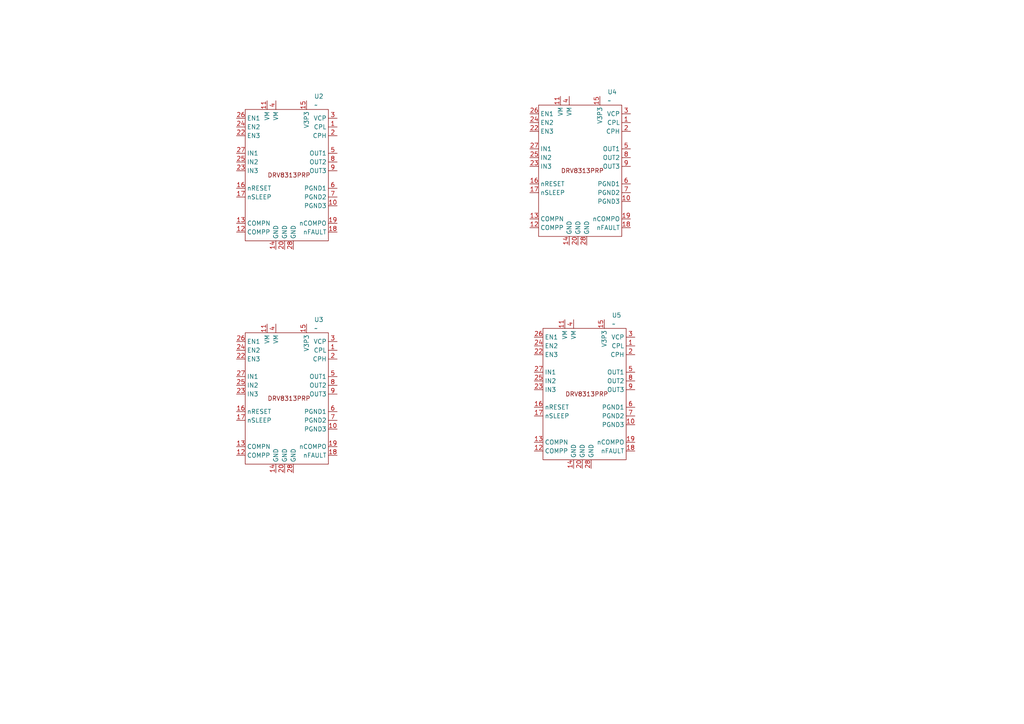
<source format=kicad_sch>
(kicad_sch (version 20231120) (generator "eeschema") (generator_version "8.0")
  (paper "A4")
  (lib_symbols
    (symbol "EchoSymbols:DRV8313"
      (property "Reference" "U" (at 10.668 22.098 0))
      (symbol "DRV8313_0_1"
        (rectangle (start -12.7 19.05) (end 11.43 -19.05))
      )
      (symbol "DRV8313_1_0"
        (pin power_in line (at 13.97 13.97 180) (length 2.54) (name "CPL") (number "1"))
        (pin power_in line (at 13.97 -8.89 180) (length 2.54) (name "PGND3") (number "10"))
        (pin power_in line (at -6.35 21.59 270) (length 2.54) (name "VM") (number "11"))
        (pin input line (at -15.24 -16.51 0) (length 2.54) (name "COMPP") (number "12"))
        (pin input line (at -15.24 -13.97 0) (length 2.54) (name "COMPN") (number "13"))
        (pin power_out line (at 5.08 21.59 270) (length 2.54) (name "V3P3") (number "15"))
        (pin input line (at -15.24 -3.81 0) (length 2.54) (name "nRESET") (number "16"))
        (pin input line (at -15.24 -6.35 0) (length 2.54) (name "nSLEEP") (number "17"))
        (pin free line (at 13.97 -16.51 180) (length 2.54) (name "nFAULT") (number "18"))
        (pin free line (at 13.97 -13.97 180) (length 2.54) (name "nCOMPO") (number "19"))
        (pin power_out line (at 13.97 11.43 180) (length 2.54) (name "CPH") (number "2"))
        (pin power_in line (at -1.27 -21.59 90) (length 2.54) (name "GND") (number "20"))
        (pin input line (at -15.24 11.43 0) (length 2.54) (name "EN3") (number "22"))
        (pin input line (at -15.24 1.27 0) (length 2.54) (name "IN3") (number "23"))
        (pin input line (at -15.24 13.97 0) (length 2.54) (name "EN2") (number "24"))
        (pin input line (at -15.24 3.81 0) (length 2.54) (name "IN2") (number "25"))
        (pin input line (at -15.24 16.51 0) (length 2.54) (name "EN1") (number "26"))
        (pin input line (at -15.24 6.35 0) (length 2.54) (name "IN1") (number "27"))
        (pin power_in line (at 1.27 -21.59 90) (length 2.54) (name "GND") (number "28"))
        (pin power_in line (at 13.97 16.51 180) (length 2.54) (name "VCP") (number "3"))
        (pin power_in line (at -3.81 21.59 270) (length 2.54) (name "VM") (number "4"))
        (pin output line (at 13.97 6.35 180) (length 2.54) (name "OUT1") (number "5"))
        (pin power_in line (at 13.97 -3.81 180) (length 2.54) (name "PGND1") (number "6"))
        (pin power_in line (at 13.97 -6.35 180) (length 2.54) (name "PGND2") (number "7"))
        (pin output line (at 13.97 3.81 180) (length 2.54) (name "OUT2") (number "8"))
        (pin output line (at 13.97 1.27 180) (length 2.54) (name "OUT3") (number "9"))
      )
      (symbol "DRV8313_1_1"
        (text "DRV8313PRP" (at 0 0 0) (effects (font (size 1.27 1.27))))
        (pin power_in line (at -3.81 -21.59 90) (length 2.54) (name "GND") (number "14"))
      )
    )
  )
  (symbol (lib_id "EchoSymbols:DRV8313") (at 83.82 115.57 0) (unit 1)
    (property "Reference" "U3" (at 91.0941 92.71 0) (effects (justify left)))
    (property "Value" "~" (at 91.0941 95.25 0) (effects (justify left)))
    (property "Footprint" "Package_SO:HTSSOP-28-1EP_4.4x9.7mm_P0.65mm_EP2.85x5.4mm_ThermalVias" (effects (hide yes)))
  )
  (symbol (lib_id "EchoSymbols:DRV8313") (at 170.18 114.3 0) (unit 1)
    (property "Reference" "U5" (at 177.4541 91.44 0) (effects (justify left)))
    (property "Value" "~" (at 177.4541 93.98 0) (effects (justify left)))
    (property "Footprint" "Package_SO:HTSSOP-28-1EP_4.4x9.7mm_P0.65mm_EP2.85x5.4mm_ThermalVias" (effects (hide yes)))
  )
  (symbol (lib_id "EchoSymbols:DRV8313") (at 168.91 49.53 0) (unit 1)
    (property "Reference" "U4" (at 176.1841 26.67 0) (effects (justify left)))
    (property "Value" "~" (at 176.1841 29.21 0) (effects (justify left)))
    (property "Footprint" "Package_SO:HTSSOP-28-1EP_4.4x9.7mm_P0.65mm_EP2.85x5.4mm_ThermalVias" (effects (hide yes)))
  )
  (symbol (lib_id "EchoSymbols:DRV8313") (at 83.82 50.8 0) (unit 1)
    (property "Reference" "U2" (at 91.0941 27.94 0) (effects (justify left)))
    (property "Value" "~" (at 91.0941 30.48 0) (effects (justify left)))
    (property "Footprint" "Package_SO:HTSSOP-28-1EP_4.4x9.7mm_P0.65mm_EP2.85x5.4mm_ThermalVias" (effects (hide yes)))
  )
)
</source>
